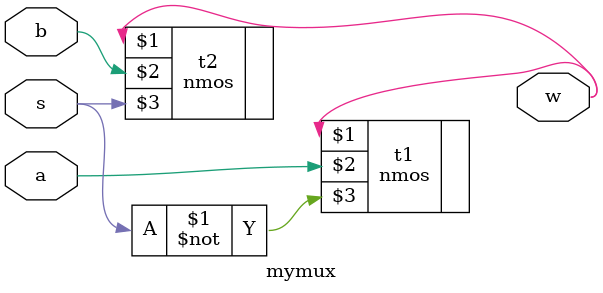
<source format=v>
`timescale 1ns/1ns

module mymux(input a , b , s , output w);
	nmos #(3 , 4 , 5) t1(w, a, ~s) , t2(w, b, s);
endmodule
	
</source>
